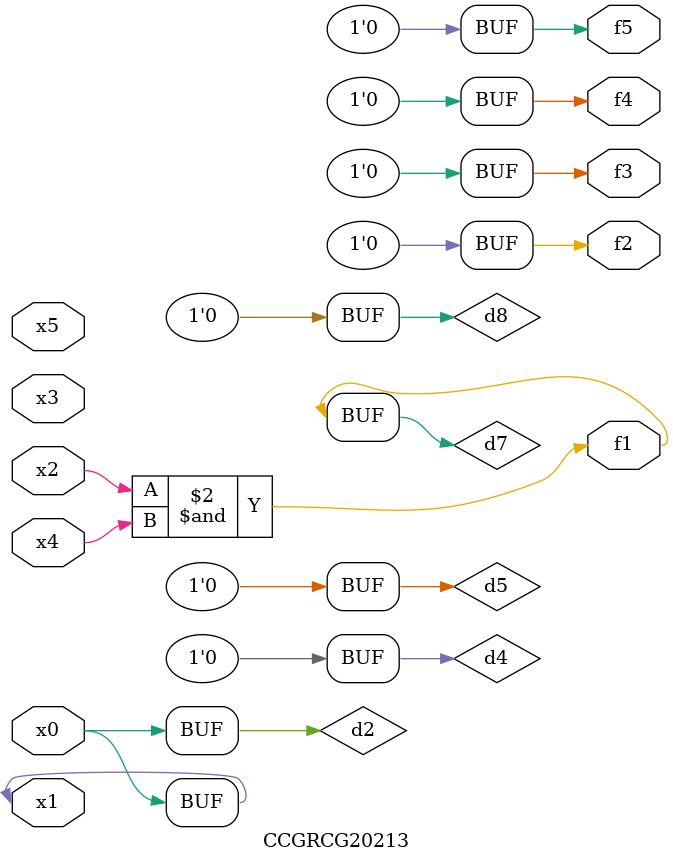
<source format=v>
module CCGRCG20213(
	input x0, x1, x2, x3, x4, x5,
	output f1, f2, f3, f4, f5
);

	wire d1, d2, d3, d4, d5, d6, d7, d8, d9;

	nand (d1, x1);
	buf (d2, x0, x1);
	nand (d3, x2, x4);
	and (d4, d1, d2);
	and (d5, d1, d2);
	nand (d6, d1, d3);
	not (d7, d3);
	xor (d8, d5);
	nor (d9, d5, d6);
	assign f1 = d7;
	assign f2 = d8;
	assign f3 = d8;
	assign f4 = d8;
	assign f5 = d8;
endmodule

</source>
